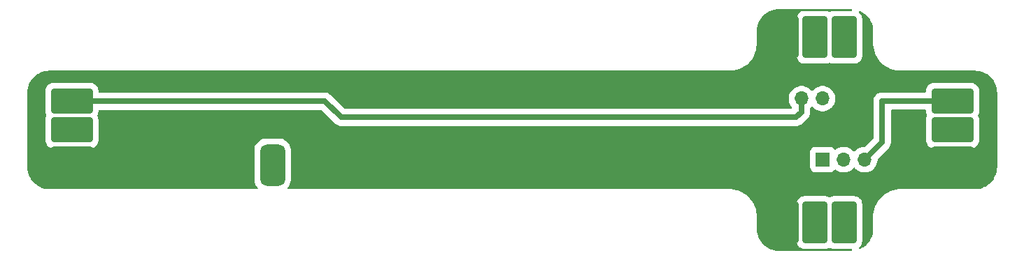
<source format=gtl>
G04 #@! TF.GenerationSoftware,KiCad,Pcbnew,9.0.0*
G04 #@! TF.CreationDate,2025-03-27T20:29:25-05:00*
G04 #@! TF.ProjectId,PD_Board_v2,50445f42-6f61-4726-945f-76322e6b6963,rev?*
G04 #@! TF.SameCoordinates,Original*
G04 #@! TF.FileFunction,Copper,L1,Top*
G04 #@! TF.FilePolarity,Positive*
%FSLAX46Y46*%
G04 Gerber Fmt 4.6, Leading zero omitted, Abs format (unit mm)*
G04 Created by KiCad (PCBNEW 9.0.0) date 2025-03-27 20:29:25*
%MOMM*%
%LPD*%
G01*
G04 APERTURE LIST*
G04 Aperture macros list*
%AMRoundRect*
0 Rectangle with rounded corners*
0 $1 Rounding radius*
0 $2 $3 $4 $5 $6 $7 $8 $9 X,Y pos of 4 corners*
0 Add a 4 corners polygon primitive as box body*
4,1,4,$2,$3,$4,$5,$6,$7,$8,$9,$2,$3,0*
0 Add four circle primitives for the rounded corners*
1,1,$1+$1,$2,$3*
1,1,$1+$1,$4,$5*
1,1,$1+$1,$6,$7*
1,1,$1+$1,$8,$9*
0 Add four rect primitives between the rounded corners*
20,1,$1+$1,$2,$3,$4,$5,0*
20,1,$1+$1,$4,$5,$6,$7,0*
20,1,$1+$1,$6,$7,$8,$9,0*
20,1,$1+$1,$8,$9,$2,$3,0*%
G04 Aperture macros list end*
G04 #@! TA.AperFunction,ComponentPad*
%ADD10RoundRect,0.250000X-1.250000X2.250000X-1.250000X-2.250000X1.250000X-2.250000X1.250000X2.250000X0*%
G04 #@! TD*
G04 #@! TA.AperFunction,ComponentPad*
%ADD11RoundRect,0.250000X-2.250000X-1.250000X2.250000X-1.250000X2.250000X1.250000X-2.250000X1.250000X0*%
G04 #@! TD*
G04 #@! TA.AperFunction,ComponentPad*
%ADD12RoundRect,0.750000X0.750000X-1.750000X0.750000X1.750000X-0.750000X1.750000X-0.750000X-1.750000X0*%
G04 #@! TD*
G04 #@! TA.AperFunction,ComponentPad*
%ADD13R,1.700000X1.700000*%
G04 #@! TD*
G04 #@! TA.AperFunction,ComponentPad*
%ADD14O,1.700000X1.700000*%
G04 #@! TD*
G04 #@! TA.AperFunction,Conductor*
%ADD15C,0.700000*%
G04 #@! TD*
G04 APERTURE END LIST*
D10*
X190400000Y-89500000D03*
X186900000Y-89500000D03*
X183400000Y-89500000D03*
X190400000Y-112000000D03*
X186900000Y-112000000D03*
X183400000Y-112000000D03*
D11*
X203550000Y-97250000D03*
X203550000Y-100750000D03*
X203550000Y-104250000D03*
D12*
X116250000Y-105000000D03*
X121250000Y-105000000D03*
D11*
X96950000Y-97250000D03*
X96950000Y-100750000D03*
X96950000Y-104250000D03*
D13*
X187835000Y-104350000D03*
D14*
X190375000Y-104350000D03*
X192915000Y-104350000D03*
D13*
X182720000Y-96950000D03*
D14*
X185260000Y-96950000D03*
X187800000Y-96950000D03*
D15*
X127575000Y-97275000D02*
X96975000Y-97275000D01*
X185260000Y-96950000D02*
X185275000Y-96965000D01*
X185275000Y-96965000D02*
X185275000Y-98575000D01*
X184625000Y-99225000D02*
X129525000Y-99225000D01*
X129525000Y-99225000D02*
X127575000Y-97275000D01*
X185275000Y-98575000D02*
X184625000Y-99225000D01*
X185235000Y-96975000D02*
X185270000Y-96975000D01*
X96975000Y-97275000D02*
X96950000Y-97250000D01*
X185260000Y-96950000D02*
X185235000Y-96975000D01*
X187900000Y-97050000D02*
X187800000Y-96950000D01*
X195025000Y-102240000D02*
X195025000Y-97250000D01*
X195025000Y-97250000D02*
X203550000Y-97250000D01*
X192915000Y-104350000D02*
X193015000Y-104350000D01*
X192915000Y-104350000D02*
X195025000Y-102240000D01*
X190375000Y-111975000D02*
X190400000Y-112000000D01*
G04 #@! TA.AperFunction,Conductor*
G36*
X191253472Y-86050686D02*
G01*
X191271439Y-86051695D01*
X191337269Y-86075108D01*
X191379991Y-86130394D01*
X191386041Y-86200001D01*
X191353498Y-86261829D01*
X191292695Y-86296249D01*
X191264486Y-86299500D01*
X189094862Y-86299500D01*
X189082599Y-86300590D01*
X188981451Y-86309582D01*
X188795593Y-86362763D01*
X188707410Y-86408825D01*
X188638875Y-86422416D01*
X188592590Y-86408825D01*
X188504406Y-86362763D01*
X188359130Y-86321194D01*
X188318552Y-86309583D01*
X188318551Y-86309582D01*
X188318548Y-86309582D01*
X188229662Y-86301680D01*
X188205138Y-86299500D01*
X185594862Y-86299500D01*
X185582599Y-86300590D01*
X185481451Y-86309582D01*
X185295594Y-86362762D01*
X185124250Y-86452265D01*
X184974428Y-86574428D01*
X184852265Y-86724250D01*
X184762762Y-86895594D01*
X184709582Y-87081451D01*
X184699500Y-87194863D01*
X184699500Y-91805136D01*
X184709582Y-91918548D01*
X184762762Y-92104405D01*
X184762763Y-92104406D01*
X184852266Y-92275751D01*
X184896427Y-92329910D01*
X184974428Y-92425571D01*
X185049339Y-92486652D01*
X185124249Y-92547734D01*
X185295594Y-92637237D01*
X185481448Y-92690417D01*
X185594862Y-92700500D01*
X185594870Y-92700500D01*
X188205130Y-92700500D01*
X188205138Y-92700500D01*
X188318552Y-92690417D01*
X188504406Y-92637237D01*
X188592589Y-92591173D01*
X188661124Y-92577583D01*
X188707410Y-92591173D01*
X188795594Y-92637237D01*
X188981448Y-92690417D01*
X189094862Y-92700500D01*
X189094870Y-92700500D01*
X191705130Y-92700500D01*
X191705138Y-92700500D01*
X191818552Y-92690417D01*
X192004406Y-92637237D01*
X192175751Y-92547734D01*
X192325571Y-92425571D01*
X192447734Y-92275751D01*
X192537237Y-92104406D01*
X192590417Y-91918552D01*
X192600500Y-91805138D01*
X192600500Y-87194862D01*
X192590417Y-87081448D01*
X192537237Y-86895594D01*
X192447734Y-86724249D01*
X192378579Y-86639438D01*
X192325571Y-86574428D01*
X192242152Y-86506409D01*
X192232265Y-86491993D01*
X192218657Y-86481027D01*
X192212916Y-86463779D01*
X192202635Y-86448788D01*
X192202111Y-86431316D01*
X192196592Y-86414733D01*
X192201087Y-86397120D01*
X192200543Y-86378949D01*
X192209548Y-86363967D01*
X192213871Y-86347034D01*
X192227174Y-86334647D01*
X192236541Y-86319067D01*
X192252215Y-86311333D01*
X192265008Y-86299423D01*
X192282897Y-86296195D01*
X192299200Y-86288152D01*
X192316740Y-86290089D01*
X192333768Y-86287017D01*
X192367962Y-86295745D01*
X192414845Y-86315164D01*
X192427359Y-86321190D01*
X192564743Y-86397120D01*
X192680130Y-86460892D01*
X192691904Y-86468290D01*
X192745628Y-86506409D01*
X192927446Y-86635415D01*
X192938314Y-86644083D01*
X193153643Y-86836514D01*
X193163476Y-86846346D01*
X193355920Y-87061691D01*
X193355926Y-87061697D01*
X193364590Y-87072563D01*
X193451371Y-87194869D01*
X193531706Y-87308089D01*
X193539105Y-87319863D01*
X193678806Y-87572634D01*
X193684839Y-87585162D01*
X193795355Y-87851972D01*
X193799948Y-87865097D01*
X193879899Y-88142613D01*
X193882993Y-88156170D01*
X193931368Y-88440885D01*
X193932925Y-88454703D01*
X193949315Y-88746551D01*
X193949510Y-88753504D01*
X193949510Y-90198638D01*
X193949509Y-90198641D01*
X193949509Y-90250001D01*
X193949509Y-90422972D01*
X193985670Y-90767020D01*
X193985671Y-90767024D01*
X194057594Y-91105398D01*
X194057595Y-91105399D01*
X194160228Y-91421274D01*
X194164498Y-91434414D01*
X194276613Y-91686227D01*
X194305206Y-91750448D01*
X194305209Y-91750454D01*
X194478174Y-92050039D01*
X194478177Y-92050044D01*
X194681511Y-92329910D01*
X194681518Y-92329919D01*
X194767644Y-92425571D01*
X194912998Y-92587002D01*
X195027852Y-92690417D01*
X195170075Y-92818476D01*
X195170081Y-92818480D01*
X195170084Y-92818483D01*
X195327064Y-92932536D01*
X195449957Y-93021823D01*
X195449958Y-93021824D01*
X195749544Y-93194790D01*
X195749553Y-93194795D01*
X196065587Y-93335502D01*
X196394598Y-93442404D01*
X196394601Y-93442404D01*
X196394602Y-93442405D01*
X196441224Y-93452314D01*
X196732981Y-93514330D01*
X197077029Y-93550491D01*
X197210440Y-93550491D01*
X206202407Y-93550491D01*
X206246519Y-93550491D01*
X206253472Y-93550686D01*
X206545307Y-93567075D01*
X206559105Y-93568629D01*
X206843830Y-93617006D01*
X206857384Y-93620099D01*
X207134916Y-93700056D01*
X207148013Y-93704639D01*
X207414845Y-93815164D01*
X207427359Y-93821190D01*
X207593474Y-93912999D01*
X207680130Y-93960892D01*
X207691904Y-93968290D01*
X207927446Y-94135415D01*
X207938314Y-94144083D01*
X208153643Y-94336514D01*
X208163476Y-94346346D01*
X208355926Y-94561697D01*
X208364592Y-94572565D01*
X208531709Y-94808094D01*
X208539102Y-94819859D01*
X208666020Y-95049500D01*
X208678806Y-95072634D01*
X208684839Y-95085162D01*
X208795355Y-95351972D01*
X208799948Y-95365097D01*
X208879899Y-95642613D01*
X208882993Y-95656170D01*
X208931368Y-95940885D01*
X208932925Y-95954703D01*
X208949315Y-96246551D01*
X208949510Y-96253504D01*
X208949510Y-105246520D01*
X208949315Y-105253473D01*
X208932926Y-105545297D01*
X208931369Y-105559115D01*
X208882993Y-105843830D01*
X208879899Y-105857387D01*
X208799948Y-106134903D01*
X208795355Y-106148027D01*
X208684839Y-106414838D01*
X208678806Y-106427367D01*
X208539108Y-106680130D01*
X208531710Y-106691904D01*
X208364592Y-106927436D01*
X208355922Y-106938308D01*
X208163482Y-107153649D01*
X208153649Y-107163482D01*
X207938303Y-107355927D01*
X207927431Y-107364596D01*
X207691911Y-107531707D01*
X207680137Y-107539106D01*
X207427366Y-107678807D01*
X207414837Y-107684840D01*
X207148026Y-107795356D01*
X207134902Y-107799949D01*
X206857386Y-107879900D01*
X206843829Y-107882994D01*
X206559115Y-107931369D01*
X206545297Y-107932926D01*
X206253449Y-107949316D01*
X206246496Y-107949511D01*
X197301363Y-107949511D01*
X197301360Y-107949510D01*
X197250000Y-107949510D01*
X197077029Y-107949510D01*
X196732981Y-107985671D01*
X196732976Y-107985671D01*
X196732976Y-107985672D01*
X196394602Y-108057595D01*
X196394601Y-108057596D01*
X196065594Y-108164496D01*
X195749551Y-108305207D01*
X195749545Y-108305210D01*
X195449962Y-108478174D01*
X195170075Y-108681524D01*
X194912998Y-108912999D01*
X194681523Y-109170076D01*
X194478173Y-109449963D01*
X194305211Y-109749543D01*
X194305208Y-109749548D01*
X194164496Y-110065595D01*
X194057596Y-110394602D01*
X194057595Y-110394603D01*
X193985672Y-110732977D01*
X193949510Y-111077034D01*
X193949510Y-112746520D01*
X193949315Y-112753473D01*
X193932926Y-113045297D01*
X193931369Y-113059115D01*
X193882993Y-113343830D01*
X193879899Y-113357387D01*
X193799948Y-113634903D01*
X193795355Y-113648027D01*
X193684839Y-113914838D01*
X193678806Y-113927367D01*
X193539108Y-114180130D01*
X193531710Y-114191904D01*
X193364592Y-114427436D01*
X193355922Y-114438308D01*
X193163482Y-114653649D01*
X193153649Y-114663482D01*
X192938303Y-114855927D01*
X192927431Y-114864596D01*
X192691911Y-115031707D01*
X192680137Y-115039106D01*
X192427366Y-115178807D01*
X192414838Y-115184840D01*
X192367961Y-115204257D01*
X192298491Y-115211726D01*
X192236012Y-115180451D01*
X192200360Y-115120362D01*
X192202854Y-115050537D01*
X192242148Y-114993594D01*
X192325569Y-114925573D01*
X192325571Y-114925571D01*
X192447734Y-114775751D01*
X192537237Y-114604406D01*
X192590417Y-114418552D01*
X192600500Y-114305138D01*
X192600500Y-109694862D01*
X192590417Y-109581448D01*
X192537237Y-109395594D01*
X192447734Y-109224249D01*
X192378579Y-109139438D01*
X192325571Y-109074428D01*
X192233700Y-108999518D01*
X192175751Y-108952266D01*
X192100578Y-108912999D01*
X192004405Y-108862762D01*
X191847360Y-108817826D01*
X191818552Y-108809583D01*
X191818551Y-108809582D01*
X191818548Y-108809582D01*
X191729662Y-108801680D01*
X191705138Y-108799500D01*
X189094862Y-108799500D01*
X189082599Y-108800590D01*
X188981451Y-108809582D01*
X188795593Y-108862763D01*
X188707410Y-108908825D01*
X188638875Y-108922416D01*
X188592590Y-108908825D01*
X188504406Y-108862763D01*
X188347363Y-108817827D01*
X188318552Y-108809583D01*
X188318551Y-108809582D01*
X188318548Y-108809582D01*
X188229662Y-108801680D01*
X188205138Y-108799500D01*
X185594862Y-108799500D01*
X185582599Y-108800590D01*
X185481451Y-108809582D01*
X185295594Y-108862762D01*
X185124250Y-108952265D01*
X184974428Y-109074428D01*
X184852265Y-109224250D01*
X184762762Y-109395594D01*
X184709582Y-109581451D01*
X184699500Y-109694863D01*
X184699500Y-114305136D01*
X184709582Y-114418548D01*
X184762762Y-114604405D01*
X184793622Y-114663483D01*
X184852266Y-114775751D01*
X184896432Y-114829916D01*
X184974428Y-114925571D01*
X185049339Y-114986652D01*
X185124249Y-115047734D01*
X185295594Y-115137237D01*
X185481448Y-115190417D01*
X185594862Y-115200500D01*
X185594870Y-115200500D01*
X188205130Y-115200500D01*
X188205138Y-115200500D01*
X188318552Y-115190417D01*
X188504406Y-115137237D01*
X188592589Y-115091173D01*
X188661124Y-115077583D01*
X188707410Y-115091173D01*
X188795594Y-115137237D01*
X188981448Y-115190417D01*
X189094862Y-115200500D01*
X189094870Y-115200500D01*
X191264499Y-115200500D01*
X191294813Y-115209401D01*
X191325584Y-115216590D01*
X191328088Y-115219172D01*
X191331538Y-115220185D01*
X191352220Y-115244054D01*
X191374228Y-115266745D01*
X191374938Y-115270272D01*
X191377293Y-115272989D01*
X191381789Y-115304259D01*
X191388033Y-115335237D01*
X191386725Y-115338586D01*
X191387237Y-115342147D01*
X191374107Y-115370896D01*
X191362617Y-115400321D01*
X191359706Y-115402431D01*
X191358212Y-115405703D01*
X191331629Y-115422786D01*
X191306050Y-115441331D01*
X191301275Y-115442293D01*
X191299434Y-115443477D01*
X191271452Y-115448305D01*
X191253449Y-115449316D01*
X191246496Y-115449511D01*
X182553481Y-115449511D01*
X182546528Y-115449316D01*
X182254702Y-115432927D01*
X182240884Y-115431370D01*
X181956169Y-115382995D01*
X181942612Y-115379901D01*
X181680053Y-115304259D01*
X181665092Y-115299948D01*
X181651975Y-115295358D01*
X181385160Y-115184840D01*
X181372632Y-115178807D01*
X181119869Y-115039109D01*
X181108095Y-115031711D01*
X180872563Y-114864593D01*
X180861691Y-114855923D01*
X180646350Y-114663483D01*
X180636517Y-114653650D01*
X180444072Y-114438304D01*
X180435416Y-114427449D01*
X180268283Y-114191898D01*
X180260893Y-114180137D01*
X180260889Y-114180130D01*
X180121188Y-113927361D01*
X180115162Y-113914847D01*
X180004641Y-113648026D01*
X180000051Y-113634907D01*
X179920096Y-113357378D01*
X179917005Y-113343832D01*
X179868629Y-113059115D01*
X179867073Y-113045306D01*
X179850685Y-112753490D01*
X179850490Y-112746537D01*
X179850490Y-111202846D01*
X179850489Y-111202828D01*
X179850489Y-111077034D01*
X179850489Y-111077030D01*
X179814328Y-110732982D01*
X179742402Y-110394599D01*
X179635500Y-110065588D01*
X179494793Y-109749554D01*
X179389328Y-109566883D01*
X179321824Y-109449962D01*
X179321821Y-109449957D01*
X179118487Y-109170091D01*
X179118480Y-109170082D01*
X179023067Y-109064116D01*
X178887001Y-108913000D01*
X178750933Y-108790484D01*
X178629918Y-108681520D01*
X178629909Y-108681513D01*
X178350043Y-108478179D01*
X178350038Y-108478176D01*
X178050453Y-108305211D01*
X178050447Y-108305208D01*
X178050445Y-108305207D01*
X177734413Y-108164500D01*
X177734408Y-108164498D01*
X177734405Y-108164497D01*
X177546184Y-108103340D01*
X177405402Y-108057598D01*
X177405399Y-108057597D01*
X177405398Y-108057597D01*
X177405397Y-108057596D01*
X177113645Y-107995582D01*
X177067019Y-107985672D01*
X176722971Y-107949511D01*
X176722966Y-107949511D01*
X123152426Y-107949511D01*
X123085387Y-107929826D01*
X123039632Y-107877022D01*
X123029688Y-107807864D01*
X123057803Y-107745370D01*
X123114178Y-107678808D01*
X123184533Y-107595740D01*
X123307582Y-107389238D01*
X123394963Y-107165299D01*
X123444294Y-106930031D01*
X123450500Y-106830069D01*
X123450499Y-103443386D01*
X186284500Y-103443386D01*
X186284500Y-105256613D01*
X186290913Y-105327192D01*
X186290913Y-105327194D01*
X186290914Y-105327196D01*
X186341522Y-105489606D01*
X186429530Y-105635188D01*
X186549811Y-105755469D01*
X186549813Y-105755470D01*
X186549815Y-105755472D01*
X186695394Y-105843478D01*
X186857804Y-105894086D01*
X186928384Y-105900500D01*
X186928387Y-105900500D01*
X188741613Y-105900500D01*
X188741616Y-105900500D01*
X188812196Y-105894086D01*
X188974606Y-105843478D01*
X189120185Y-105755472D01*
X189240472Y-105635185D01*
X189251694Y-105616620D01*
X189303220Y-105569431D01*
X189372079Y-105557590D01*
X189430698Y-105580449D01*
X189562356Y-105676103D01*
X189562358Y-105676104D01*
X189562361Y-105676106D01*
X189779815Y-105786904D01*
X190011924Y-105862321D01*
X190252973Y-105900500D01*
X190252974Y-105900500D01*
X190497026Y-105900500D01*
X190497027Y-105900500D01*
X190738076Y-105862321D01*
X190970185Y-105786904D01*
X191187639Y-105676106D01*
X191385083Y-105532655D01*
X191557319Y-105360419D01*
X191618642Y-105326934D01*
X191688334Y-105331918D01*
X191732681Y-105360419D01*
X191904918Y-105532656D01*
X191904923Y-105532660D01*
X192046032Y-105635181D01*
X192102361Y-105676106D01*
X192319815Y-105786904D01*
X192551924Y-105862321D01*
X192792973Y-105900500D01*
X192792974Y-105900500D01*
X193037026Y-105900500D01*
X193037027Y-105900500D01*
X193278076Y-105862321D01*
X193510185Y-105786904D01*
X193727639Y-105676106D01*
X193925083Y-105532655D01*
X194097655Y-105360083D01*
X194241106Y-105162639D01*
X194351904Y-104945185D01*
X194427321Y-104713076D01*
X194465500Y-104472027D01*
X194465500Y-104336493D01*
X194485185Y-104269454D01*
X194501819Y-104248812D01*
X195840974Y-102909658D01*
X195840974Y-102909657D01*
X195840977Y-102909655D01*
X195955942Y-102737598D01*
X196035130Y-102546420D01*
X196075501Y-102343465D01*
X196075501Y-102136534D01*
X196075501Y-102131424D01*
X196075500Y-102131398D01*
X196075500Y-98424500D01*
X196095185Y-98357461D01*
X196147989Y-98311706D01*
X196199500Y-98300500D01*
X200225500Y-98300500D01*
X200292539Y-98320185D01*
X200338294Y-98372989D01*
X200349500Y-98424500D01*
X200349500Y-98555136D01*
X200359582Y-98668548D01*
X200359582Y-98668551D01*
X200359583Y-98668552D01*
X200362420Y-98678467D01*
X200412763Y-98854406D01*
X200458825Y-98942590D01*
X200472416Y-99011125D01*
X200458825Y-99057410D01*
X200412763Y-99145593D01*
X200359582Y-99331451D01*
X200349500Y-99444863D01*
X200349500Y-102055136D01*
X200359582Y-102168548D01*
X200412762Y-102354405D01*
X200494604Y-102511082D01*
X200502266Y-102525751D01*
X200519123Y-102546424D01*
X200624428Y-102675571D01*
X200699339Y-102736652D01*
X200774249Y-102797734D01*
X200945594Y-102887237D01*
X201131448Y-102940417D01*
X201244862Y-102950500D01*
X201244870Y-102950500D01*
X205855130Y-102950500D01*
X205855138Y-102950500D01*
X205968552Y-102940417D01*
X206154406Y-102887237D01*
X206325751Y-102797734D01*
X206475571Y-102675571D01*
X206597734Y-102525751D01*
X206687237Y-102354406D01*
X206740417Y-102168552D01*
X206750500Y-102055138D01*
X206750500Y-99444862D01*
X206740417Y-99331448D01*
X206687237Y-99145594D01*
X206641173Y-99057410D01*
X206627583Y-98988876D01*
X206641174Y-98942589D01*
X206673129Y-98881414D01*
X206687237Y-98854406D01*
X206740417Y-98668552D01*
X206750500Y-98555138D01*
X206750500Y-95944862D01*
X206740417Y-95831448D01*
X206687237Y-95645594D01*
X206597734Y-95474249D01*
X206532788Y-95394599D01*
X206475571Y-95324428D01*
X206383700Y-95249518D01*
X206325751Y-95202266D01*
X206311082Y-95194604D01*
X206154405Y-95112762D01*
X205989538Y-95065588D01*
X205968552Y-95059583D01*
X205968551Y-95059582D01*
X205968548Y-95059582D01*
X205879662Y-95051680D01*
X205855138Y-95049500D01*
X201244862Y-95049500D01*
X201232599Y-95050590D01*
X201131451Y-95059582D01*
X200945594Y-95112762D01*
X200774250Y-95202265D01*
X200624428Y-95324428D01*
X200502265Y-95474250D01*
X200412762Y-95645594D01*
X200359582Y-95831451D01*
X200349500Y-95944863D01*
X200349500Y-96075500D01*
X200329815Y-96142539D01*
X200277011Y-96188294D01*
X200225500Y-96199500D01*
X194921530Y-96199500D01*
X194718587Y-96239868D01*
X194718579Y-96239870D01*
X194527403Y-96319058D01*
X194355342Y-96434024D01*
X194209024Y-96580342D01*
X194094058Y-96752403D01*
X194014870Y-96943579D01*
X194014868Y-96943587D01*
X193974500Y-97146530D01*
X193974500Y-101753506D01*
X193954815Y-101820545D01*
X193938181Y-101841187D01*
X193016188Y-102763181D01*
X192954865Y-102796666D01*
X192928507Y-102799500D01*
X192792973Y-102799500D01*
X192752484Y-102805913D01*
X192551927Y-102837678D01*
X192319812Y-102913097D01*
X192102357Y-103023896D01*
X191904923Y-103167339D01*
X191904918Y-103167343D01*
X191732681Y-103339581D01*
X191671358Y-103373066D01*
X191601666Y-103368082D01*
X191557319Y-103339581D01*
X191385081Y-103167343D01*
X191385076Y-103167339D01*
X191187642Y-103023896D01*
X191187641Y-103023895D01*
X191187639Y-103023894D01*
X190970185Y-102913096D01*
X190738076Y-102837679D01*
X190738074Y-102837678D01*
X190738072Y-102837678D01*
X190569769Y-102811021D01*
X190497027Y-102799500D01*
X190252973Y-102799500D01*
X190212484Y-102805913D01*
X190011927Y-102837678D01*
X189779812Y-102913097D01*
X189562357Y-103023896D01*
X189430699Y-103119551D01*
X189364893Y-103143031D01*
X189296839Y-103127205D01*
X189251697Y-103083382D01*
X189240474Y-103064817D01*
X189240471Y-103064813D01*
X189120188Y-102944530D01*
X189113384Y-102940417D01*
X188974606Y-102856522D01*
X188812196Y-102805914D01*
X188812194Y-102805913D01*
X188812192Y-102805913D01*
X188762778Y-102801423D01*
X188741616Y-102799500D01*
X186928384Y-102799500D01*
X186909145Y-102801248D01*
X186857807Y-102805913D01*
X186695393Y-102856522D01*
X186549811Y-102944530D01*
X186429530Y-103064811D01*
X186341522Y-103210393D01*
X186290913Y-103372807D01*
X186284500Y-103443386D01*
X123450499Y-103443386D01*
X123450499Y-103169932D01*
X123444294Y-103069969D01*
X123394963Y-102834701D01*
X123394961Y-102834696D01*
X123394959Y-102834689D01*
X123307583Y-102610765D01*
X123307582Y-102610762D01*
X123184533Y-102404260D01*
X123184531Y-102404258D01*
X123184529Y-102404254D01*
X123029173Y-102220826D01*
X122845745Y-102065470D01*
X122828392Y-102055130D01*
X122639238Y-101942418D01*
X122639236Y-101942417D01*
X122639234Y-101942416D01*
X122415310Y-101855040D01*
X122415300Y-101855037D01*
X122180032Y-101805706D01*
X122180029Y-101805705D01*
X122092479Y-101800270D01*
X122080069Y-101799500D01*
X122080067Y-101799500D01*
X120419944Y-101799500D01*
X120419921Y-101799501D01*
X120319968Y-101805706D01*
X120084699Y-101855037D01*
X120084689Y-101855040D01*
X119860765Y-101942416D01*
X119654254Y-102065470D01*
X119470826Y-102220826D01*
X119315470Y-102404254D01*
X119192416Y-102610765D01*
X119105040Y-102834689D01*
X119105037Y-102834699D01*
X119055706Y-103069967D01*
X119055705Y-103069970D01*
X119049500Y-103169922D01*
X119049500Y-106830055D01*
X119049501Y-106830078D01*
X119055706Y-106930031D01*
X119105037Y-107165300D01*
X119105040Y-107165310D01*
X119182803Y-107364597D01*
X119192418Y-107389238D01*
X119310260Y-107587002D01*
X119315468Y-107595741D01*
X119442197Y-107745370D01*
X119470503Y-107809249D01*
X119459780Y-107878291D01*
X119413433Y-107930576D01*
X119347574Y-107949511D01*
X94253482Y-107949511D01*
X94246529Y-107949316D01*
X93954702Y-107932927D01*
X93940884Y-107931370D01*
X93656170Y-107882995D01*
X93642613Y-107879901D01*
X93365097Y-107799950D01*
X93351973Y-107795357D01*
X93085162Y-107684841D01*
X93072633Y-107678808D01*
X92906522Y-107587002D01*
X92819858Y-107539104D01*
X92808093Y-107531711D01*
X92572564Y-107364594D01*
X92561696Y-107355928D01*
X92348394Y-107165310D01*
X92346348Y-107163481D01*
X92336517Y-107153650D01*
X92144072Y-106938304D01*
X92135406Y-106927436D01*
X91968286Y-106691902D01*
X91960899Y-106680147D01*
X91821188Y-106427360D01*
X91815162Y-106414846D01*
X91704637Y-106148014D01*
X91700054Y-106134917D01*
X91620097Y-105857385D01*
X91617004Y-105843830D01*
X91607332Y-105786902D01*
X91568627Y-105559105D01*
X91567073Y-105545305D01*
X91550685Y-105253488D01*
X91550490Y-105246536D01*
X91550490Y-96253481D01*
X91550685Y-96246528D01*
X91551922Y-96224500D01*
X91567074Y-95954691D01*
X91568181Y-95944863D01*
X93749500Y-95944863D01*
X93749500Y-98555136D01*
X93759582Y-98668548D01*
X93759582Y-98668551D01*
X93759583Y-98668552D01*
X93762420Y-98678467D01*
X93812763Y-98854406D01*
X93858825Y-98942590D01*
X93872416Y-99011125D01*
X93858825Y-99057410D01*
X93812763Y-99145593D01*
X93759582Y-99331451D01*
X93749500Y-99444863D01*
X93749500Y-102055136D01*
X93759582Y-102168548D01*
X93812762Y-102354405D01*
X93894604Y-102511082D01*
X93902266Y-102525751D01*
X93919123Y-102546424D01*
X94024428Y-102675571D01*
X94099339Y-102736652D01*
X94174249Y-102797734D01*
X94345594Y-102887237D01*
X94531448Y-102940417D01*
X94644862Y-102950500D01*
X94644870Y-102950500D01*
X99255130Y-102950500D01*
X99255138Y-102950500D01*
X99368552Y-102940417D01*
X99554406Y-102887237D01*
X99725751Y-102797734D01*
X99875571Y-102675571D01*
X99997734Y-102525751D01*
X100087237Y-102354406D01*
X100140417Y-102168552D01*
X100150500Y-102055138D01*
X100150500Y-99444862D01*
X100140417Y-99331448D01*
X100087237Y-99145594D01*
X100041173Y-99057410D01*
X100027583Y-98988876D01*
X100041174Y-98942589D01*
X100073129Y-98881414D01*
X100087237Y-98854406D01*
X100140417Y-98668552D01*
X100150500Y-98555138D01*
X100150500Y-98449500D01*
X100170185Y-98382461D01*
X100222989Y-98336706D01*
X100274500Y-98325500D01*
X127088507Y-98325500D01*
X127155546Y-98345185D01*
X127176188Y-98361819D01*
X128705897Y-99891528D01*
X128705926Y-99891559D01*
X128855342Y-100040975D01*
X128855345Y-100040977D01*
X129027402Y-100155941D01*
X129218580Y-100235130D01*
X129387861Y-100268802D01*
X129410309Y-100273267D01*
X129421533Y-100275500D01*
X129421534Y-100275500D01*
X184728466Y-100275500D01*
X184728467Y-100275499D01*
X184931420Y-100235130D01*
X185122598Y-100155941D01*
X185173863Y-100121687D01*
X185294655Y-100040977D01*
X185440977Y-99894655D01*
X185440978Y-99894652D01*
X186090977Y-99244655D01*
X186205942Y-99072598D01*
X186285130Y-98881420D01*
X186325501Y-98678465D01*
X186325501Y-98471535D01*
X186325501Y-98466425D01*
X186325500Y-98466399D01*
X186325500Y-98128600D01*
X186334144Y-98099159D01*
X186340668Y-98069173D01*
X186344422Y-98064157D01*
X186345185Y-98061561D01*
X186361819Y-98040919D01*
X186442319Y-97960419D01*
X186503642Y-97926934D01*
X186573334Y-97931918D01*
X186617681Y-97960419D01*
X186789918Y-98132656D01*
X186789923Y-98132660D01*
X186962136Y-98257779D01*
X186987361Y-98276106D01*
X187204815Y-98386904D01*
X187436924Y-98462321D01*
X187677973Y-98500500D01*
X187677974Y-98500500D01*
X187922026Y-98500500D01*
X187922027Y-98500500D01*
X188163076Y-98462321D01*
X188395185Y-98386904D01*
X188612639Y-98276106D01*
X188810083Y-98132655D01*
X188982655Y-97960083D01*
X189126106Y-97762639D01*
X189236904Y-97545185D01*
X189312321Y-97313076D01*
X189350500Y-97072027D01*
X189350500Y-96827973D01*
X189312321Y-96586924D01*
X189236904Y-96354815D01*
X189126106Y-96137361D01*
X189082273Y-96077030D01*
X188982660Y-95939923D01*
X188982656Y-95939918D01*
X188810081Y-95767343D01*
X188810076Y-95767339D01*
X188612642Y-95623896D01*
X188612641Y-95623895D01*
X188612639Y-95623894D01*
X188395185Y-95513096D01*
X188163076Y-95437679D01*
X188163074Y-95437678D01*
X188163072Y-95437678D01*
X187994769Y-95411021D01*
X187922027Y-95399500D01*
X187677973Y-95399500D01*
X187622093Y-95408350D01*
X187436927Y-95437678D01*
X187204812Y-95513097D01*
X186987357Y-95623896D01*
X186789923Y-95767339D01*
X186789918Y-95767343D01*
X186617681Y-95939581D01*
X186556358Y-95973066D01*
X186486666Y-95968082D01*
X186442319Y-95939581D01*
X186270081Y-95767343D01*
X186270076Y-95767339D01*
X186072642Y-95623896D01*
X186072641Y-95623895D01*
X186072639Y-95623894D01*
X185855185Y-95513096D01*
X185623076Y-95437679D01*
X185623074Y-95437678D01*
X185623072Y-95437678D01*
X185454769Y-95411021D01*
X185382027Y-95399500D01*
X185137973Y-95399500D01*
X185082093Y-95408350D01*
X184896927Y-95437678D01*
X184664812Y-95513097D01*
X184447357Y-95623896D01*
X184249923Y-95767339D01*
X184249918Y-95767343D01*
X184077343Y-95939918D01*
X184077339Y-95939923D01*
X183933896Y-96137357D01*
X183823097Y-96354812D01*
X183747678Y-96586927D01*
X183709500Y-96827973D01*
X183709500Y-97072026D01*
X183747678Y-97313072D01*
X183823097Y-97545187D01*
X183933896Y-97762642D01*
X184077339Y-97960076D01*
X184077343Y-97960081D01*
X184080081Y-97962819D01*
X184113566Y-98024142D01*
X184108582Y-98093834D01*
X184066710Y-98149767D01*
X184001246Y-98174184D01*
X183992400Y-98174500D01*
X130011493Y-98174500D01*
X129944454Y-98154815D01*
X129923812Y-98138181D01*
X128395317Y-96609686D01*
X128395297Y-96609664D01*
X128244657Y-96459024D01*
X128158626Y-96401541D01*
X128072598Y-96344059D01*
X127881420Y-96264870D01*
X127881412Y-96264868D01*
X127678469Y-96224500D01*
X127678465Y-96224500D01*
X100274500Y-96224500D01*
X100207461Y-96204815D01*
X100161706Y-96152011D01*
X100150500Y-96100500D01*
X100150500Y-95944869D01*
X100150500Y-95944862D01*
X100140417Y-95831448D01*
X100087237Y-95645594D01*
X99997734Y-95474249D01*
X99932788Y-95394599D01*
X99875571Y-95324428D01*
X99783700Y-95249518D01*
X99725751Y-95202266D01*
X99711082Y-95194604D01*
X99554405Y-95112762D01*
X99389538Y-95065588D01*
X99368552Y-95059583D01*
X99368551Y-95059582D01*
X99368548Y-95059582D01*
X99279662Y-95051680D01*
X99255138Y-95049500D01*
X94644862Y-95049500D01*
X94632599Y-95050590D01*
X94531451Y-95059582D01*
X94345594Y-95112762D01*
X94174250Y-95202265D01*
X94024428Y-95324428D01*
X93902265Y-95474250D01*
X93812762Y-95645594D01*
X93759582Y-95831451D01*
X93749500Y-95944863D01*
X91568181Y-95944863D01*
X91568626Y-95940909D01*
X91617006Y-95656166D01*
X91620099Y-95642614D01*
X91620100Y-95642613D01*
X91700051Y-95365094D01*
X91704643Y-95351974D01*
X91726234Y-95299845D01*
X91815162Y-95085153D01*
X91821192Y-95072634D01*
X91960899Y-94819854D01*
X91968277Y-94808111D01*
X92135422Y-94572543D01*
X92144060Y-94561711D01*
X92336528Y-94346338D01*
X92346339Y-94336527D01*
X92561699Y-94144069D01*
X92572557Y-94135412D01*
X92808100Y-93968285D01*
X92819868Y-93960892D01*
X92839155Y-93950232D01*
X93072640Y-93821188D01*
X93085158Y-93815161D01*
X93302189Y-93725263D01*
X93351973Y-93704643D01*
X93365093Y-93700051D01*
X93642618Y-93620097D01*
X93656165Y-93617006D01*
X93940896Y-93568628D01*
X93954692Y-93567074D01*
X94214212Y-93552499D01*
X94246512Y-93550686D01*
X94253464Y-93550491D01*
X176597156Y-93550491D01*
X176597172Y-93550490D01*
X176722966Y-93550490D01*
X176722971Y-93550490D01*
X177067019Y-93514329D01*
X177405402Y-93442403D01*
X177734413Y-93335501D01*
X178050447Y-93194794D01*
X178350042Y-93021822D01*
X178629915Y-92818482D01*
X178887001Y-92587002D01*
X179118482Y-92329916D01*
X179321822Y-92050043D01*
X179494793Y-91750448D01*
X179635501Y-91434414D01*
X179742403Y-91105403D01*
X179814329Y-90767020D01*
X179850490Y-90422972D01*
X179850490Y-90250001D01*
X179850490Y-90202408D01*
X179850490Y-88753481D01*
X179850685Y-88746528D01*
X179852712Y-88710437D01*
X179867074Y-88454691D01*
X179868628Y-88440897D01*
X179917006Y-88156165D01*
X179920099Y-88142613D01*
X180000050Y-87865097D01*
X180004643Y-87851973D01*
X180025263Y-87802189D01*
X180115162Y-87585154D01*
X180121192Y-87572634D01*
X180260894Y-87319863D01*
X180268288Y-87308096D01*
X180309826Y-87249554D01*
X180435414Y-87072553D01*
X180444072Y-87061697D01*
X180636527Y-86846339D01*
X180646339Y-86836527D01*
X180861699Y-86644069D01*
X180872557Y-86635412D01*
X181108100Y-86468285D01*
X181119863Y-86460894D01*
X181372646Y-86321185D01*
X181385145Y-86315166D01*
X181651991Y-86204635D01*
X181665076Y-86200056D01*
X181942618Y-86120097D01*
X181956164Y-86117006D01*
X182240896Y-86068628D01*
X182254692Y-86067074D01*
X182528543Y-86051695D01*
X182546511Y-86050686D01*
X182553463Y-86050491D01*
X182597593Y-86050491D01*
X191202407Y-86050491D01*
X191246519Y-86050491D01*
X191253472Y-86050686D01*
G37*
G04 #@! TD.AperFunction*
M02*

</source>
